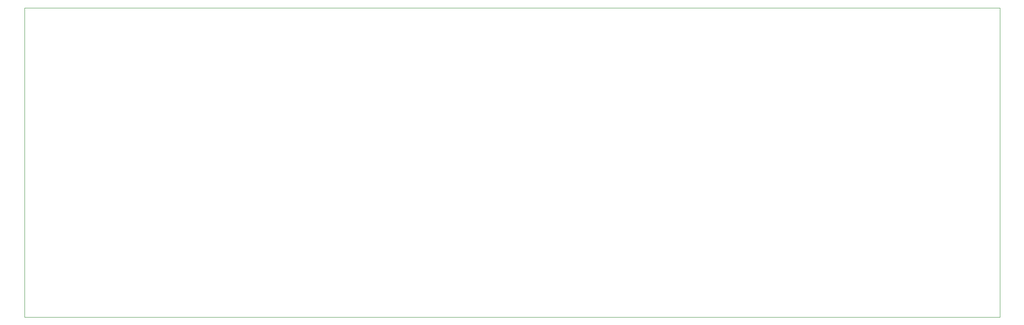
<source format=gm1>
G04 #@! TF.GenerationSoftware,KiCad,Pcbnew,(5.1.9)-1*
G04 #@! TF.CreationDate,2021-01-28T15:20:20-05:00*
G04 #@! TF.ProjectId,PeltierPWMControl,50656c74-6965-4725-9057-4d436f6e7472,rev?*
G04 #@! TF.SameCoordinates,Original*
G04 #@! TF.FileFunction,Profile,NP*
%FSLAX46Y46*%
G04 Gerber Fmt 4.6, Leading zero omitted, Abs format (unit mm)*
G04 Created by KiCad (PCBNEW (5.1.9)-1) date 2021-01-28 15:20:20*
%MOMM*%
%LPD*%
G01*
G04 APERTURE LIST*
G04 #@! TA.AperFunction,Profile*
%ADD10C,0.050000*%
G04 #@! TD*
G04 APERTURE END LIST*
D10*
X261700000Y-29600000D02*
X63100000Y-29600000D01*
X261700000Y-92700000D02*
X261700000Y-29600000D01*
X261700000Y-92700000D02*
X63100000Y-92700000D01*
X63100000Y-29600000D02*
X63100000Y-92700000D01*
M02*

</source>
